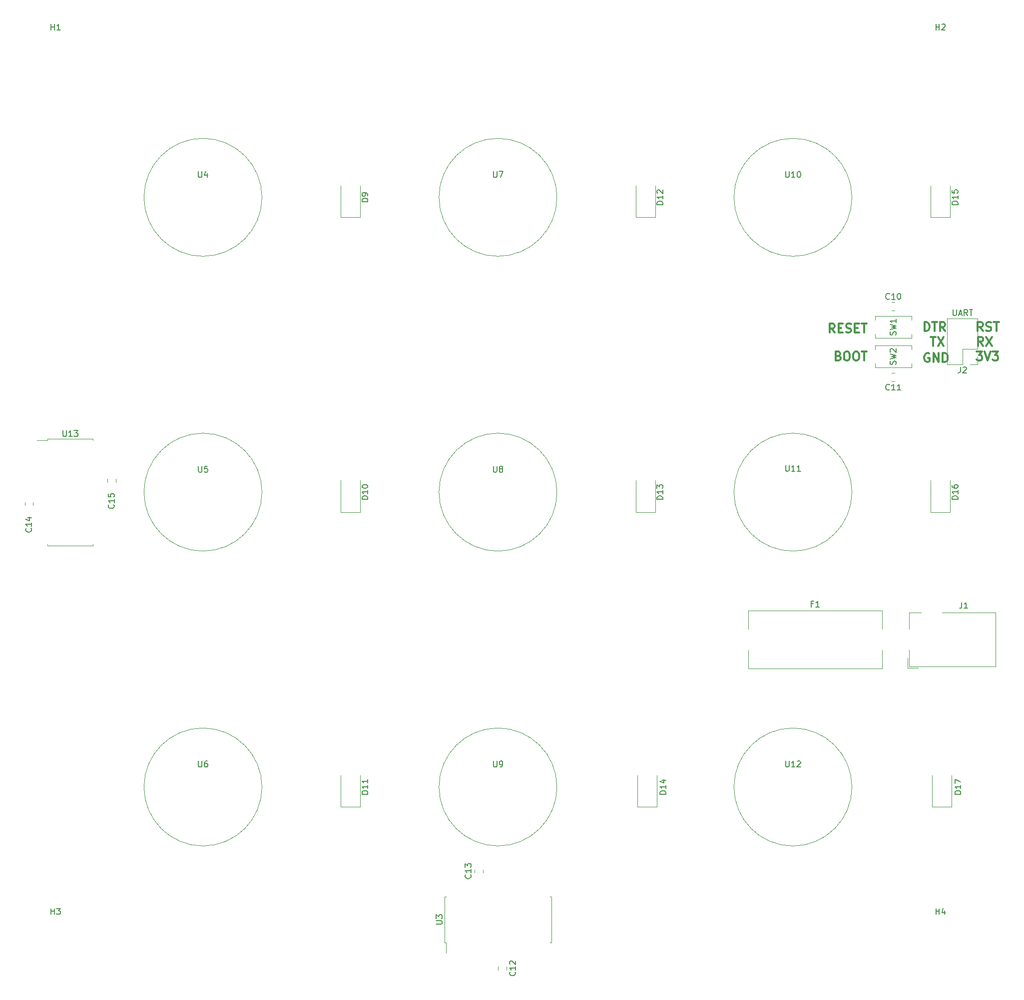
<source format=gbr>
G04 #@! TF.GenerationSoftware,KiCad,Pcbnew,5.1.5*
G04 #@! TF.CreationDate,2020-03-06T12:13:38+01:00*
G04 #@! TF.ProjectId,e-chessboard,652d6368-6573-4736-926f-6172642e6b69,0.1*
G04 #@! TF.SameCoordinates,Original*
G04 #@! TF.FileFunction,Legend,Top*
G04 #@! TF.FilePolarity,Positive*
%FSLAX46Y46*%
G04 Gerber Fmt 4.6, Leading zero omitted, Abs format (unit mm)*
G04 Created by KiCad (PCBNEW 5.1.5) date 2020-03-06 12:13:38*
%MOMM*%
%LPD*%
G04 APERTURE LIST*
%ADD10C,0.300000*%
%ADD11C,0.120000*%
%ADD12C,0.150000*%
G04 APERTURE END LIST*
D10*
X192714285Y-111892857D02*
X192928571Y-111964285D01*
X193000000Y-112035714D01*
X193071428Y-112178571D01*
X193071428Y-112392857D01*
X193000000Y-112535714D01*
X192928571Y-112607142D01*
X192785714Y-112678571D01*
X192214285Y-112678571D01*
X192214285Y-111178571D01*
X192714285Y-111178571D01*
X192857142Y-111250000D01*
X192928571Y-111321428D01*
X193000000Y-111464285D01*
X193000000Y-111607142D01*
X192928571Y-111750000D01*
X192857142Y-111821428D01*
X192714285Y-111892857D01*
X192214285Y-111892857D01*
X194000000Y-111178571D02*
X194285714Y-111178571D01*
X194428571Y-111250000D01*
X194571428Y-111392857D01*
X194642857Y-111678571D01*
X194642857Y-112178571D01*
X194571428Y-112464285D01*
X194428571Y-112607142D01*
X194285714Y-112678571D01*
X194000000Y-112678571D01*
X193857142Y-112607142D01*
X193714285Y-112464285D01*
X193642857Y-112178571D01*
X193642857Y-111678571D01*
X193714285Y-111392857D01*
X193857142Y-111250000D01*
X194000000Y-111178571D01*
X195571428Y-111178571D02*
X195857142Y-111178571D01*
X196000000Y-111250000D01*
X196142857Y-111392857D01*
X196214285Y-111678571D01*
X196214285Y-112178571D01*
X196142857Y-112464285D01*
X196000000Y-112607142D01*
X195857142Y-112678571D01*
X195571428Y-112678571D01*
X195428571Y-112607142D01*
X195285714Y-112464285D01*
X195214285Y-112178571D01*
X195214285Y-111678571D01*
X195285714Y-111392857D01*
X195428571Y-111250000D01*
X195571428Y-111178571D01*
X196642857Y-111178571D02*
X197500000Y-111178571D01*
X197071428Y-112678571D02*
X197071428Y-111178571D01*
X192071428Y-107928571D02*
X191571428Y-107214285D01*
X191214285Y-107928571D02*
X191214285Y-106428571D01*
X191785714Y-106428571D01*
X191928571Y-106500000D01*
X192000000Y-106571428D01*
X192071428Y-106714285D01*
X192071428Y-106928571D01*
X192000000Y-107071428D01*
X191928571Y-107142857D01*
X191785714Y-107214285D01*
X191214285Y-107214285D01*
X192714285Y-107142857D02*
X193214285Y-107142857D01*
X193428571Y-107928571D02*
X192714285Y-107928571D01*
X192714285Y-106428571D01*
X193428571Y-106428571D01*
X194000000Y-107857142D02*
X194214285Y-107928571D01*
X194571428Y-107928571D01*
X194714285Y-107857142D01*
X194785714Y-107785714D01*
X194857142Y-107642857D01*
X194857142Y-107500000D01*
X194785714Y-107357142D01*
X194714285Y-107285714D01*
X194571428Y-107214285D01*
X194285714Y-107142857D01*
X194142857Y-107071428D01*
X194071428Y-107000000D01*
X194000000Y-106857142D01*
X194000000Y-106714285D01*
X194071428Y-106571428D01*
X194142857Y-106500000D01*
X194285714Y-106428571D01*
X194642857Y-106428571D01*
X194857142Y-106500000D01*
X195500000Y-107142857D02*
X196000000Y-107142857D01*
X196214285Y-107928571D02*
X195500000Y-107928571D01*
X195500000Y-106428571D01*
X196214285Y-106428571D01*
X196642857Y-106428571D02*
X197500000Y-106428571D01*
X197071428Y-107928571D02*
X197071428Y-106428571D01*
X207285714Y-107678571D02*
X207285714Y-106178571D01*
X207642857Y-106178571D01*
X207857142Y-106250000D01*
X208000000Y-106392857D01*
X208071428Y-106535714D01*
X208142857Y-106821428D01*
X208142857Y-107035714D01*
X208071428Y-107321428D01*
X208000000Y-107464285D01*
X207857142Y-107607142D01*
X207642857Y-107678571D01*
X207285714Y-107678571D01*
X208571428Y-106178571D02*
X209428571Y-106178571D01*
X209000000Y-107678571D02*
X209000000Y-106178571D01*
X210785714Y-107678571D02*
X210285714Y-106964285D01*
X209928571Y-107678571D02*
X209928571Y-106178571D01*
X210500000Y-106178571D01*
X210642857Y-106250000D01*
X210714285Y-106321428D01*
X210785714Y-106464285D01*
X210785714Y-106678571D01*
X210714285Y-106821428D01*
X210642857Y-106892857D01*
X210500000Y-106964285D01*
X209928571Y-106964285D01*
X208357142Y-108678571D02*
X209214285Y-108678571D01*
X208785714Y-110178571D02*
X208785714Y-108678571D01*
X209571428Y-108678571D02*
X210571428Y-110178571D01*
X210571428Y-108678571D02*
X209571428Y-110178571D01*
X208107142Y-111500000D02*
X207964285Y-111428571D01*
X207750000Y-111428571D01*
X207535714Y-111500000D01*
X207392857Y-111642857D01*
X207321428Y-111785714D01*
X207250000Y-112071428D01*
X207250000Y-112285714D01*
X207321428Y-112571428D01*
X207392857Y-112714285D01*
X207535714Y-112857142D01*
X207750000Y-112928571D01*
X207892857Y-112928571D01*
X208107142Y-112857142D01*
X208178571Y-112785714D01*
X208178571Y-112285714D01*
X207892857Y-112285714D01*
X208821428Y-112928571D02*
X208821428Y-111428571D01*
X209678571Y-112928571D01*
X209678571Y-111428571D01*
X210392857Y-112928571D02*
X210392857Y-111428571D01*
X210750000Y-111428571D01*
X210964285Y-111500000D01*
X211107142Y-111642857D01*
X211178571Y-111785714D01*
X211250000Y-112071428D01*
X211250000Y-112285714D01*
X211178571Y-112571428D01*
X211107142Y-112714285D01*
X210964285Y-112857142D01*
X210750000Y-112928571D01*
X210392857Y-112928571D01*
X216142857Y-111178571D02*
X217071428Y-111178571D01*
X216571428Y-111750000D01*
X216785714Y-111750000D01*
X216928571Y-111821428D01*
X217000000Y-111892857D01*
X217071428Y-112035714D01*
X217071428Y-112392857D01*
X217000000Y-112535714D01*
X216928571Y-112607142D01*
X216785714Y-112678571D01*
X216357142Y-112678571D01*
X216214285Y-112607142D01*
X216142857Y-112535714D01*
X217500000Y-111178571D02*
X218000000Y-112678571D01*
X218500000Y-111178571D01*
X218857142Y-111178571D02*
X219785714Y-111178571D01*
X219285714Y-111750000D01*
X219500000Y-111750000D01*
X219642857Y-111821428D01*
X219714285Y-111892857D01*
X219785714Y-112035714D01*
X219785714Y-112392857D01*
X219714285Y-112535714D01*
X219642857Y-112607142D01*
X219500000Y-112678571D01*
X219071428Y-112678571D01*
X218928571Y-112607142D01*
X218857142Y-112535714D01*
X217250000Y-110178571D02*
X216750000Y-109464285D01*
X216392857Y-110178571D02*
X216392857Y-108678571D01*
X216964285Y-108678571D01*
X217107142Y-108750000D01*
X217178571Y-108821428D01*
X217250000Y-108964285D01*
X217250000Y-109178571D01*
X217178571Y-109321428D01*
X217107142Y-109392857D01*
X216964285Y-109464285D01*
X216392857Y-109464285D01*
X217750000Y-108678571D02*
X218750000Y-110178571D01*
X218750000Y-108678571D02*
X217750000Y-110178571D01*
X217178571Y-107678571D02*
X216678571Y-106964285D01*
X216321428Y-107678571D02*
X216321428Y-106178571D01*
X216892857Y-106178571D01*
X217035714Y-106250000D01*
X217107142Y-106321428D01*
X217178571Y-106464285D01*
X217178571Y-106678571D01*
X217107142Y-106821428D01*
X217035714Y-106892857D01*
X216892857Y-106964285D01*
X216321428Y-106964285D01*
X217750000Y-107607142D02*
X217964285Y-107678571D01*
X218321428Y-107678571D01*
X218464285Y-107607142D01*
X218535714Y-107535714D01*
X218607142Y-107392857D01*
X218607142Y-107250000D01*
X218535714Y-107107142D01*
X218464285Y-107035714D01*
X218321428Y-106964285D01*
X218035714Y-106892857D01*
X217892857Y-106821428D01*
X217821428Y-106750000D01*
X217750000Y-106607142D01*
X217750000Y-106464285D01*
X217821428Y-106321428D01*
X217892857Y-106250000D01*
X218035714Y-106178571D01*
X218392857Y-106178571D01*
X218607142Y-106250000D01*
X219035714Y-106178571D02*
X219892857Y-106178571D01*
X219464285Y-107678571D02*
X219464285Y-106178571D01*
D11*
X201738748Y-104210000D02*
X202261252Y-104210000D01*
X201738748Y-102790000D02*
X202261252Y-102790000D01*
X201738748Y-114790000D02*
X202261252Y-114790000D01*
X201738748Y-116210000D02*
X202261252Y-116210000D01*
X135040000Y-216011252D02*
X135040000Y-215488748D01*
X136460000Y-216011252D02*
X136460000Y-215488748D01*
X131040000Y-198988748D02*
X131040000Y-199511252D01*
X132460000Y-198988748D02*
X132460000Y-199511252D01*
X54790000Y-137236252D02*
X54790000Y-136713748D01*
X56210000Y-137236252D02*
X56210000Y-136713748D01*
X70210000Y-133286252D02*
X70210000Y-132763748D01*
X68790000Y-133286252D02*
X68790000Y-132763748D01*
X108350000Y-88400000D02*
X108350000Y-83000000D01*
X111650000Y-88400000D02*
X111650000Y-83000000D01*
X108350000Y-88400000D02*
X111650000Y-88400000D01*
X108350000Y-138400000D02*
X111650000Y-138400000D01*
X111650000Y-138400000D02*
X111650000Y-133000000D01*
X108350000Y-138400000D02*
X108350000Y-133000000D01*
X108350000Y-188400000D02*
X111650000Y-188400000D01*
X111650000Y-188400000D02*
X111650000Y-183000000D01*
X108350000Y-188400000D02*
X108350000Y-183000000D01*
X158350000Y-88400000D02*
X161650000Y-88400000D01*
X161650000Y-88400000D02*
X161650000Y-83000000D01*
X158350000Y-88400000D02*
X158350000Y-83000000D01*
X158350000Y-138400000D02*
X158350000Y-133000000D01*
X161650000Y-138400000D02*
X161650000Y-133000000D01*
X158350000Y-138400000D02*
X161650000Y-138400000D01*
X158600000Y-188400000D02*
X158600000Y-183000000D01*
X161900000Y-188400000D02*
X161900000Y-183000000D01*
X158600000Y-188400000D02*
X161900000Y-188400000D01*
X208350000Y-88400000D02*
X208350000Y-83000000D01*
X211650000Y-88400000D02*
X211650000Y-83000000D01*
X208350000Y-88400000D02*
X211650000Y-88400000D01*
X208350000Y-138400000D02*
X211650000Y-138400000D01*
X211650000Y-138400000D02*
X211650000Y-133000000D01*
X208350000Y-138400000D02*
X208350000Y-133000000D01*
X208600000Y-188400000D02*
X211900000Y-188400000D01*
X211900000Y-188400000D02*
X211900000Y-183000000D01*
X208600000Y-188400000D02*
X208600000Y-183000000D01*
X200110000Y-164910000D02*
X200110000Y-161750000D01*
X200110000Y-158250000D02*
X200110000Y-155090000D01*
X177390000Y-158250000D02*
X177390000Y-155090000D01*
X177390000Y-155090000D02*
X200110000Y-155090000D01*
X177390000Y-164910000D02*
X200110000Y-164910000D01*
X177390000Y-164910000D02*
X177390000Y-161750000D01*
X210300000Y-155400000D02*
X219300000Y-155400000D01*
X219300000Y-155400000D02*
X219300000Y-164600000D01*
X219300000Y-164600000D02*
X204700000Y-164600000D01*
X204700000Y-164600000D02*
X204700000Y-161800000D01*
X204700000Y-158200000D02*
X204700000Y-155400000D01*
X204700000Y-155400000D02*
X206700000Y-155400000D01*
X206200000Y-164840000D02*
X204460000Y-164840000D01*
X204460000Y-164840000D02*
X204460000Y-163100000D01*
X216330000Y-105590000D02*
X211130000Y-105590000D01*
X216330000Y-110730000D02*
X216330000Y-105590000D01*
X211130000Y-113330000D02*
X211130000Y-105590000D01*
X216330000Y-110730000D02*
X213730000Y-110730000D01*
X213730000Y-110730000D02*
X213730000Y-113330000D01*
X213730000Y-113330000D02*
X211130000Y-113330000D01*
X216330000Y-112000000D02*
X216330000Y-113330000D01*
X216330000Y-113330000D02*
X215000000Y-113330000D01*
X205100000Y-105150000D02*
X198900000Y-105150000D01*
X198900000Y-108850000D02*
X205100000Y-108850000D01*
X205100000Y-108850000D02*
X205100000Y-108200000D01*
X205100000Y-105800000D02*
X205100000Y-105150000D01*
X198900000Y-105150000D02*
X198900000Y-105800000D01*
X198900000Y-108850000D02*
X198900000Y-108200000D01*
X198900000Y-113850000D02*
X198900000Y-113200000D01*
X198900000Y-110150000D02*
X198900000Y-110800000D01*
X205100000Y-110800000D02*
X205100000Y-110150000D01*
X205100000Y-113850000D02*
X205100000Y-113200000D01*
X198900000Y-113850000D02*
X205100000Y-113850000D01*
X205100000Y-110150000D02*
X198900000Y-110150000D01*
X144060000Y-207500000D02*
X144060000Y-203640000D01*
X144060000Y-203640000D02*
X143815000Y-203640000D01*
X144060000Y-207500000D02*
X144060000Y-211360000D01*
X144060000Y-211360000D02*
X143815000Y-211360000D01*
X125940000Y-207500000D02*
X125940000Y-203640000D01*
X125940000Y-203640000D02*
X126185000Y-203640000D01*
X125940000Y-207500000D02*
X125940000Y-211360000D01*
X125940000Y-211360000D02*
X126185000Y-211360000D01*
X126185000Y-211360000D02*
X126185000Y-213175000D01*
X95000000Y-85000000D02*
G75*
G03X95000000Y-85000000I-10000000J0D01*
G01*
X95000000Y-135000000D02*
G75*
G03X95000000Y-135000000I-10000000J0D01*
G01*
X95000000Y-185000000D02*
G75*
G03X95000000Y-185000000I-10000000J0D01*
G01*
X145000000Y-85000000D02*
G75*
G03X145000000Y-85000000I-10000000J0D01*
G01*
X145000000Y-135000000D02*
G75*
G03X145000000Y-135000000I-10000000J0D01*
G01*
X145000000Y-185000000D02*
G75*
G03X145000000Y-185000000I-10000000J0D01*
G01*
X195000000Y-85000000D02*
G75*
G03X195000000Y-85000000I-10000000J0D01*
G01*
X195000000Y-135000000D02*
G75*
G03X195000000Y-135000000I-10000000J0D01*
G01*
X195000000Y-185000000D02*
G75*
G03X195000000Y-185000000I-10000000J0D01*
G01*
X58640000Y-126185000D02*
X56825000Y-126185000D01*
X58640000Y-125940000D02*
X58640000Y-126185000D01*
X62500000Y-125940000D02*
X58640000Y-125940000D01*
X66360000Y-125940000D02*
X66360000Y-126185000D01*
X62500000Y-125940000D02*
X66360000Y-125940000D01*
X58640000Y-144060000D02*
X58640000Y-143815000D01*
X62500000Y-144060000D02*
X58640000Y-144060000D01*
X66360000Y-144060000D02*
X66360000Y-143815000D01*
X62500000Y-144060000D02*
X66360000Y-144060000D01*
D12*
X201357142Y-102207142D02*
X201309523Y-102254761D01*
X201166666Y-102302380D01*
X201071428Y-102302380D01*
X200928571Y-102254761D01*
X200833333Y-102159523D01*
X200785714Y-102064285D01*
X200738095Y-101873809D01*
X200738095Y-101730952D01*
X200785714Y-101540476D01*
X200833333Y-101445238D01*
X200928571Y-101350000D01*
X201071428Y-101302380D01*
X201166666Y-101302380D01*
X201309523Y-101350000D01*
X201357142Y-101397619D01*
X202309523Y-102302380D02*
X201738095Y-102302380D01*
X202023809Y-102302380D02*
X202023809Y-101302380D01*
X201928571Y-101445238D01*
X201833333Y-101540476D01*
X201738095Y-101588095D01*
X202928571Y-101302380D02*
X203023809Y-101302380D01*
X203119047Y-101350000D01*
X203166666Y-101397619D01*
X203214285Y-101492857D01*
X203261904Y-101683333D01*
X203261904Y-101921428D01*
X203214285Y-102111904D01*
X203166666Y-102207142D01*
X203119047Y-102254761D01*
X203023809Y-102302380D01*
X202928571Y-102302380D01*
X202833333Y-102254761D01*
X202785714Y-102207142D01*
X202738095Y-102111904D01*
X202690476Y-101921428D01*
X202690476Y-101683333D01*
X202738095Y-101492857D01*
X202785714Y-101397619D01*
X202833333Y-101350000D01*
X202928571Y-101302380D01*
X201357142Y-117607142D02*
X201309523Y-117654761D01*
X201166666Y-117702380D01*
X201071428Y-117702380D01*
X200928571Y-117654761D01*
X200833333Y-117559523D01*
X200785714Y-117464285D01*
X200738095Y-117273809D01*
X200738095Y-117130952D01*
X200785714Y-116940476D01*
X200833333Y-116845238D01*
X200928571Y-116750000D01*
X201071428Y-116702380D01*
X201166666Y-116702380D01*
X201309523Y-116750000D01*
X201357142Y-116797619D01*
X202309523Y-117702380D02*
X201738095Y-117702380D01*
X202023809Y-117702380D02*
X202023809Y-116702380D01*
X201928571Y-116845238D01*
X201833333Y-116940476D01*
X201738095Y-116988095D01*
X203261904Y-117702380D02*
X202690476Y-117702380D01*
X202976190Y-117702380D02*
X202976190Y-116702380D01*
X202880952Y-116845238D01*
X202785714Y-116940476D01*
X202690476Y-116988095D01*
X137857142Y-216392857D02*
X137904761Y-216440476D01*
X137952380Y-216583333D01*
X137952380Y-216678571D01*
X137904761Y-216821428D01*
X137809523Y-216916666D01*
X137714285Y-216964285D01*
X137523809Y-217011904D01*
X137380952Y-217011904D01*
X137190476Y-216964285D01*
X137095238Y-216916666D01*
X137000000Y-216821428D01*
X136952380Y-216678571D01*
X136952380Y-216583333D01*
X137000000Y-216440476D01*
X137047619Y-216392857D01*
X137952380Y-215440476D02*
X137952380Y-216011904D01*
X137952380Y-215726190D02*
X136952380Y-215726190D01*
X137095238Y-215821428D01*
X137190476Y-215916666D01*
X137238095Y-216011904D01*
X137047619Y-215059523D02*
X137000000Y-215011904D01*
X136952380Y-214916666D01*
X136952380Y-214678571D01*
X137000000Y-214583333D01*
X137047619Y-214535714D01*
X137142857Y-214488095D01*
X137238095Y-214488095D01*
X137380952Y-214535714D01*
X137952380Y-215107142D01*
X137952380Y-214488095D01*
X130357142Y-199892857D02*
X130404761Y-199940476D01*
X130452380Y-200083333D01*
X130452380Y-200178571D01*
X130404761Y-200321428D01*
X130309523Y-200416666D01*
X130214285Y-200464285D01*
X130023809Y-200511904D01*
X129880952Y-200511904D01*
X129690476Y-200464285D01*
X129595238Y-200416666D01*
X129500000Y-200321428D01*
X129452380Y-200178571D01*
X129452380Y-200083333D01*
X129500000Y-199940476D01*
X129547619Y-199892857D01*
X130452380Y-198940476D02*
X130452380Y-199511904D01*
X130452380Y-199226190D02*
X129452380Y-199226190D01*
X129595238Y-199321428D01*
X129690476Y-199416666D01*
X129738095Y-199511904D01*
X129452380Y-198607142D02*
X129452380Y-197988095D01*
X129833333Y-198321428D01*
X129833333Y-198178571D01*
X129880952Y-198083333D01*
X129928571Y-198035714D01*
X130023809Y-197988095D01*
X130261904Y-197988095D01*
X130357142Y-198035714D01*
X130404761Y-198083333D01*
X130452380Y-198178571D01*
X130452380Y-198464285D01*
X130404761Y-198559523D01*
X130357142Y-198607142D01*
X55857142Y-141142857D02*
X55904761Y-141190476D01*
X55952380Y-141333333D01*
X55952380Y-141428571D01*
X55904761Y-141571428D01*
X55809523Y-141666666D01*
X55714285Y-141714285D01*
X55523809Y-141761904D01*
X55380952Y-141761904D01*
X55190476Y-141714285D01*
X55095238Y-141666666D01*
X55000000Y-141571428D01*
X54952380Y-141428571D01*
X54952380Y-141333333D01*
X55000000Y-141190476D01*
X55047619Y-141142857D01*
X55952380Y-140190476D02*
X55952380Y-140761904D01*
X55952380Y-140476190D02*
X54952380Y-140476190D01*
X55095238Y-140571428D01*
X55190476Y-140666666D01*
X55238095Y-140761904D01*
X55285714Y-139333333D02*
X55952380Y-139333333D01*
X54904761Y-139571428D02*
X55619047Y-139809523D01*
X55619047Y-139190476D01*
X69857142Y-137142857D02*
X69904761Y-137190476D01*
X69952380Y-137333333D01*
X69952380Y-137428571D01*
X69904761Y-137571428D01*
X69809523Y-137666666D01*
X69714285Y-137714285D01*
X69523809Y-137761904D01*
X69380952Y-137761904D01*
X69190476Y-137714285D01*
X69095238Y-137666666D01*
X69000000Y-137571428D01*
X68952380Y-137428571D01*
X68952380Y-137333333D01*
X69000000Y-137190476D01*
X69047619Y-137142857D01*
X69952380Y-136190476D02*
X69952380Y-136761904D01*
X69952380Y-136476190D02*
X68952380Y-136476190D01*
X69095238Y-136571428D01*
X69190476Y-136666666D01*
X69238095Y-136761904D01*
X68952380Y-135285714D02*
X68952380Y-135761904D01*
X69428571Y-135809523D01*
X69380952Y-135761904D01*
X69333333Y-135666666D01*
X69333333Y-135428571D01*
X69380952Y-135333333D01*
X69428571Y-135285714D01*
X69523809Y-135238095D01*
X69761904Y-135238095D01*
X69857142Y-135285714D01*
X69904761Y-135333333D01*
X69952380Y-135428571D01*
X69952380Y-135666666D01*
X69904761Y-135761904D01*
X69857142Y-135809523D01*
X112952380Y-85738095D02*
X111952380Y-85738095D01*
X111952380Y-85500000D01*
X112000000Y-85357142D01*
X112095238Y-85261904D01*
X112190476Y-85214285D01*
X112380952Y-85166666D01*
X112523809Y-85166666D01*
X112714285Y-85214285D01*
X112809523Y-85261904D01*
X112904761Y-85357142D01*
X112952380Y-85500000D01*
X112952380Y-85738095D01*
X112952380Y-84690476D02*
X112952380Y-84500000D01*
X112904761Y-84404761D01*
X112857142Y-84357142D01*
X112714285Y-84261904D01*
X112523809Y-84214285D01*
X112142857Y-84214285D01*
X112047619Y-84261904D01*
X112000000Y-84309523D01*
X111952380Y-84404761D01*
X111952380Y-84595238D01*
X112000000Y-84690476D01*
X112047619Y-84738095D01*
X112142857Y-84785714D01*
X112380952Y-84785714D01*
X112476190Y-84738095D01*
X112523809Y-84690476D01*
X112571428Y-84595238D01*
X112571428Y-84404761D01*
X112523809Y-84309523D01*
X112476190Y-84261904D01*
X112380952Y-84214285D01*
X112952380Y-136214285D02*
X111952380Y-136214285D01*
X111952380Y-135976190D01*
X112000000Y-135833333D01*
X112095238Y-135738095D01*
X112190476Y-135690476D01*
X112380952Y-135642857D01*
X112523809Y-135642857D01*
X112714285Y-135690476D01*
X112809523Y-135738095D01*
X112904761Y-135833333D01*
X112952380Y-135976190D01*
X112952380Y-136214285D01*
X112952380Y-134690476D02*
X112952380Y-135261904D01*
X112952380Y-134976190D02*
X111952380Y-134976190D01*
X112095238Y-135071428D01*
X112190476Y-135166666D01*
X112238095Y-135261904D01*
X111952380Y-134071428D02*
X111952380Y-133976190D01*
X112000000Y-133880952D01*
X112047619Y-133833333D01*
X112142857Y-133785714D01*
X112333333Y-133738095D01*
X112571428Y-133738095D01*
X112761904Y-133785714D01*
X112857142Y-133833333D01*
X112904761Y-133880952D01*
X112952380Y-133976190D01*
X112952380Y-134071428D01*
X112904761Y-134166666D01*
X112857142Y-134214285D01*
X112761904Y-134261904D01*
X112571428Y-134309523D01*
X112333333Y-134309523D01*
X112142857Y-134261904D01*
X112047619Y-134214285D01*
X112000000Y-134166666D01*
X111952380Y-134071428D01*
X112952380Y-186214285D02*
X111952380Y-186214285D01*
X111952380Y-185976190D01*
X112000000Y-185833333D01*
X112095238Y-185738095D01*
X112190476Y-185690476D01*
X112380952Y-185642857D01*
X112523809Y-185642857D01*
X112714285Y-185690476D01*
X112809523Y-185738095D01*
X112904761Y-185833333D01*
X112952380Y-185976190D01*
X112952380Y-186214285D01*
X112952380Y-184690476D02*
X112952380Y-185261904D01*
X112952380Y-184976190D02*
X111952380Y-184976190D01*
X112095238Y-185071428D01*
X112190476Y-185166666D01*
X112238095Y-185261904D01*
X112952380Y-183738095D02*
X112952380Y-184309523D01*
X112952380Y-184023809D02*
X111952380Y-184023809D01*
X112095238Y-184119047D01*
X112190476Y-184214285D01*
X112238095Y-184309523D01*
X162952380Y-86214285D02*
X161952380Y-86214285D01*
X161952380Y-85976190D01*
X162000000Y-85833333D01*
X162095238Y-85738095D01*
X162190476Y-85690476D01*
X162380952Y-85642857D01*
X162523809Y-85642857D01*
X162714285Y-85690476D01*
X162809523Y-85738095D01*
X162904761Y-85833333D01*
X162952380Y-85976190D01*
X162952380Y-86214285D01*
X162952380Y-84690476D02*
X162952380Y-85261904D01*
X162952380Y-84976190D02*
X161952380Y-84976190D01*
X162095238Y-85071428D01*
X162190476Y-85166666D01*
X162238095Y-85261904D01*
X162047619Y-84309523D02*
X162000000Y-84261904D01*
X161952380Y-84166666D01*
X161952380Y-83928571D01*
X162000000Y-83833333D01*
X162047619Y-83785714D01*
X162142857Y-83738095D01*
X162238095Y-83738095D01*
X162380952Y-83785714D01*
X162952380Y-84357142D01*
X162952380Y-83738095D01*
X162952380Y-136214285D02*
X161952380Y-136214285D01*
X161952380Y-135976190D01*
X162000000Y-135833333D01*
X162095238Y-135738095D01*
X162190476Y-135690476D01*
X162380952Y-135642857D01*
X162523809Y-135642857D01*
X162714285Y-135690476D01*
X162809523Y-135738095D01*
X162904761Y-135833333D01*
X162952380Y-135976190D01*
X162952380Y-136214285D01*
X162952380Y-134690476D02*
X162952380Y-135261904D01*
X162952380Y-134976190D02*
X161952380Y-134976190D01*
X162095238Y-135071428D01*
X162190476Y-135166666D01*
X162238095Y-135261904D01*
X161952380Y-134357142D02*
X161952380Y-133738095D01*
X162333333Y-134071428D01*
X162333333Y-133928571D01*
X162380952Y-133833333D01*
X162428571Y-133785714D01*
X162523809Y-133738095D01*
X162761904Y-133738095D01*
X162857142Y-133785714D01*
X162904761Y-133833333D01*
X162952380Y-133928571D01*
X162952380Y-134214285D01*
X162904761Y-134309523D01*
X162857142Y-134357142D01*
X163452380Y-186214285D02*
X162452380Y-186214285D01*
X162452380Y-185976190D01*
X162500000Y-185833333D01*
X162595238Y-185738095D01*
X162690476Y-185690476D01*
X162880952Y-185642857D01*
X163023809Y-185642857D01*
X163214285Y-185690476D01*
X163309523Y-185738095D01*
X163404761Y-185833333D01*
X163452380Y-185976190D01*
X163452380Y-186214285D01*
X163452380Y-184690476D02*
X163452380Y-185261904D01*
X163452380Y-184976190D02*
X162452380Y-184976190D01*
X162595238Y-185071428D01*
X162690476Y-185166666D01*
X162738095Y-185261904D01*
X162785714Y-183833333D02*
X163452380Y-183833333D01*
X162404761Y-184071428D02*
X163119047Y-184309523D01*
X163119047Y-183690476D01*
X212952380Y-86214285D02*
X211952380Y-86214285D01*
X211952380Y-85976190D01*
X212000000Y-85833333D01*
X212095238Y-85738095D01*
X212190476Y-85690476D01*
X212380952Y-85642857D01*
X212523809Y-85642857D01*
X212714285Y-85690476D01*
X212809523Y-85738095D01*
X212904761Y-85833333D01*
X212952380Y-85976190D01*
X212952380Y-86214285D01*
X212952380Y-84690476D02*
X212952380Y-85261904D01*
X212952380Y-84976190D02*
X211952380Y-84976190D01*
X212095238Y-85071428D01*
X212190476Y-85166666D01*
X212238095Y-85261904D01*
X211952380Y-83785714D02*
X211952380Y-84261904D01*
X212428571Y-84309523D01*
X212380952Y-84261904D01*
X212333333Y-84166666D01*
X212333333Y-83928571D01*
X212380952Y-83833333D01*
X212428571Y-83785714D01*
X212523809Y-83738095D01*
X212761904Y-83738095D01*
X212857142Y-83785714D01*
X212904761Y-83833333D01*
X212952380Y-83928571D01*
X212952380Y-84166666D01*
X212904761Y-84261904D01*
X212857142Y-84309523D01*
X212952380Y-136214285D02*
X211952380Y-136214285D01*
X211952380Y-135976190D01*
X212000000Y-135833333D01*
X212095238Y-135738095D01*
X212190476Y-135690476D01*
X212380952Y-135642857D01*
X212523809Y-135642857D01*
X212714285Y-135690476D01*
X212809523Y-135738095D01*
X212904761Y-135833333D01*
X212952380Y-135976190D01*
X212952380Y-136214285D01*
X212952380Y-134690476D02*
X212952380Y-135261904D01*
X212952380Y-134976190D02*
X211952380Y-134976190D01*
X212095238Y-135071428D01*
X212190476Y-135166666D01*
X212238095Y-135261904D01*
X211952380Y-133833333D02*
X211952380Y-134023809D01*
X212000000Y-134119047D01*
X212047619Y-134166666D01*
X212190476Y-134261904D01*
X212380952Y-134309523D01*
X212761904Y-134309523D01*
X212857142Y-134261904D01*
X212904761Y-134214285D01*
X212952380Y-134119047D01*
X212952380Y-133928571D01*
X212904761Y-133833333D01*
X212857142Y-133785714D01*
X212761904Y-133738095D01*
X212523809Y-133738095D01*
X212428571Y-133785714D01*
X212380952Y-133833333D01*
X212333333Y-133928571D01*
X212333333Y-134119047D01*
X212380952Y-134214285D01*
X212428571Y-134261904D01*
X212523809Y-134309523D01*
X213452380Y-186214285D02*
X212452380Y-186214285D01*
X212452380Y-185976190D01*
X212500000Y-185833333D01*
X212595238Y-185738095D01*
X212690476Y-185690476D01*
X212880952Y-185642857D01*
X213023809Y-185642857D01*
X213214285Y-185690476D01*
X213309523Y-185738095D01*
X213404761Y-185833333D01*
X213452380Y-185976190D01*
X213452380Y-186214285D01*
X213452380Y-184690476D02*
X213452380Y-185261904D01*
X213452380Y-184976190D02*
X212452380Y-184976190D01*
X212595238Y-185071428D01*
X212690476Y-185166666D01*
X212738095Y-185261904D01*
X212452380Y-184357142D02*
X212452380Y-183690476D01*
X213452380Y-184119047D01*
X188416666Y-153928571D02*
X188083333Y-153928571D01*
X188083333Y-154452380D02*
X188083333Y-153452380D01*
X188559523Y-153452380D01*
X189464285Y-154452380D02*
X188892857Y-154452380D01*
X189178571Y-154452380D02*
X189178571Y-153452380D01*
X189083333Y-153595238D01*
X188988095Y-153690476D01*
X188892857Y-153738095D01*
X59238095Y-56602380D02*
X59238095Y-55602380D01*
X59238095Y-56078571D02*
X59809523Y-56078571D01*
X59809523Y-56602380D02*
X59809523Y-55602380D01*
X60809523Y-56602380D02*
X60238095Y-56602380D01*
X60523809Y-56602380D02*
X60523809Y-55602380D01*
X60428571Y-55745238D01*
X60333333Y-55840476D01*
X60238095Y-55888095D01*
X209238095Y-56602380D02*
X209238095Y-55602380D01*
X209238095Y-56078571D02*
X209809523Y-56078571D01*
X209809523Y-56602380D02*
X209809523Y-55602380D01*
X210238095Y-55697619D02*
X210285714Y-55650000D01*
X210380952Y-55602380D01*
X210619047Y-55602380D01*
X210714285Y-55650000D01*
X210761904Y-55697619D01*
X210809523Y-55792857D01*
X210809523Y-55888095D01*
X210761904Y-56030952D01*
X210190476Y-56602380D01*
X210809523Y-56602380D01*
X59238095Y-206602380D02*
X59238095Y-205602380D01*
X59238095Y-206078571D02*
X59809523Y-206078571D01*
X59809523Y-206602380D02*
X59809523Y-205602380D01*
X60190476Y-205602380D02*
X60809523Y-205602380D01*
X60476190Y-205983333D01*
X60619047Y-205983333D01*
X60714285Y-206030952D01*
X60761904Y-206078571D01*
X60809523Y-206173809D01*
X60809523Y-206411904D01*
X60761904Y-206507142D01*
X60714285Y-206554761D01*
X60619047Y-206602380D01*
X60333333Y-206602380D01*
X60238095Y-206554761D01*
X60190476Y-206507142D01*
X209238095Y-206602380D02*
X209238095Y-205602380D01*
X209238095Y-206078571D02*
X209809523Y-206078571D01*
X209809523Y-206602380D02*
X209809523Y-205602380D01*
X210714285Y-205935714D02*
X210714285Y-206602380D01*
X210476190Y-205554761D02*
X210238095Y-206269047D01*
X210857142Y-206269047D01*
X213616666Y-153702380D02*
X213616666Y-154416666D01*
X213569047Y-154559523D01*
X213473809Y-154654761D01*
X213330952Y-154702380D01*
X213235714Y-154702380D01*
X214616666Y-154702380D02*
X214045238Y-154702380D01*
X214330952Y-154702380D02*
X214330952Y-153702380D01*
X214235714Y-153845238D01*
X214140476Y-153940476D01*
X214045238Y-153988095D01*
X213396666Y-113782380D02*
X213396666Y-114496666D01*
X213349047Y-114639523D01*
X213253809Y-114734761D01*
X213110952Y-114782380D01*
X213015714Y-114782380D01*
X213825238Y-113877619D02*
X213872857Y-113830000D01*
X213968095Y-113782380D01*
X214206190Y-113782380D01*
X214301428Y-113830000D01*
X214349047Y-113877619D01*
X214396666Y-113972857D01*
X214396666Y-114068095D01*
X214349047Y-114210952D01*
X213777619Y-114782380D01*
X214396666Y-114782380D01*
X212134761Y-104042380D02*
X212134761Y-104851904D01*
X212182380Y-104947142D01*
X212230000Y-104994761D01*
X212325238Y-105042380D01*
X212515714Y-105042380D01*
X212610952Y-104994761D01*
X212658571Y-104947142D01*
X212706190Y-104851904D01*
X212706190Y-104042380D01*
X213134761Y-104756666D02*
X213610952Y-104756666D01*
X213039523Y-105042380D02*
X213372857Y-104042380D01*
X213706190Y-105042380D01*
X214610952Y-105042380D02*
X214277619Y-104566190D01*
X214039523Y-105042380D02*
X214039523Y-104042380D01*
X214420476Y-104042380D01*
X214515714Y-104090000D01*
X214563333Y-104137619D01*
X214610952Y-104232857D01*
X214610952Y-104375714D01*
X214563333Y-104470952D01*
X214515714Y-104518571D01*
X214420476Y-104566190D01*
X214039523Y-104566190D01*
X214896666Y-104042380D02*
X215468095Y-104042380D01*
X215182380Y-105042380D02*
X215182380Y-104042380D01*
X202404761Y-108333333D02*
X202452380Y-108190476D01*
X202452380Y-107952380D01*
X202404761Y-107857142D01*
X202357142Y-107809523D01*
X202261904Y-107761904D01*
X202166666Y-107761904D01*
X202071428Y-107809523D01*
X202023809Y-107857142D01*
X201976190Y-107952380D01*
X201928571Y-108142857D01*
X201880952Y-108238095D01*
X201833333Y-108285714D01*
X201738095Y-108333333D01*
X201642857Y-108333333D01*
X201547619Y-108285714D01*
X201500000Y-108238095D01*
X201452380Y-108142857D01*
X201452380Y-107904761D01*
X201500000Y-107761904D01*
X201452380Y-107428571D02*
X202452380Y-107190476D01*
X201738095Y-107000000D01*
X202452380Y-106809523D01*
X201452380Y-106571428D01*
X202452380Y-105666666D02*
X202452380Y-106238095D01*
X202452380Y-105952380D02*
X201452380Y-105952380D01*
X201595238Y-106047619D01*
X201690476Y-106142857D01*
X201738095Y-106238095D01*
X202404761Y-113333333D02*
X202452380Y-113190476D01*
X202452380Y-112952380D01*
X202404761Y-112857142D01*
X202357142Y-112809523D01*
X202261904Y-112761904D01*
X202166666Y-112761904D01*
X202071428Y-112809523D01*
X202023809Y-112857142D01*
X201976190Y-112952380D01*
X201928571Y-113142857D01*
X201880952Y-113238095D01*
X201833333Y-113285714D01*
X201738095Y-113333333D01*
X201642857Y-113333333D01*
X201547619Y-113285714D01*
X201500000Y-113238095D01*
X201452380Y-113142857D01*
X201452380Y-112904761D01*
X201500000Y-112761904D01*
X201452380Y-112428571D02*
X202452380Y-112190476D01*
X201738095Y-112000000D01*
X202452380Y-111809523D01*
X201452380Y-111571428D01*
X201547619Y-111238095D02*
X201500000Y-111190476D01*
X201452380Y-111095238D01*
X201452380Y-110857142D01*
X201500000Y-110761904D01*
X201547619Y-110714285D01*
X201642857Y-110666666D01*
X201738095Y-110666666D01*
X201880952Y-110714285D01*
X202452380Y-111285714D01*
X202452380Y-110666666D01*
X124552380Y-208261904D02*
X125361904Y-208261904D01*
X125457142Y-208214285D01*
X125504761Y-208166666D01*
X125552380Y-208071428D01*
X125552380Y-207880952D01*
X125504761Y-207785714D01*
X125457142Y-207738095D01*
X125361904Y-207690476D01*
X124552380Y-207690476D01*
X124552380Y-207309523D02*
X124552380Y-206690476D01*
X124933333Y-207023809D01*
X124933333Y-206880952D01*
X124980952Y-206785714D01*
X125028571Y-206738095D01*
X125123809Y-206690476D01*
X125361904Y-206690476D01*
X125457142Y-206738095D01*
X125504761Y-206785714D01*
X125552380Y-206880952D01*
X125552380Y-207166666D01*
X125504761Y-207261904D01*
X125457142Y-207309523D01*
X84238095Y-80602380D02*
X84238095Y-81411904D01*
X84285714Y-81507142D01*
X84333333Y-81554761D01*
X84428571Y-81602380D01*
X84619047Y-81602380D01*
X84714285Y-81554761D01*
X84761904Y-81507142D01*
X84809523Y-81411904D01*
X84809523Y-80602380D01*
X85714285Y-80935714D02*
X85714285Y-81602380D01*
X85476190Y-80554761D02*
X85238095Y-81269047D01*
X85857142Y-81269047D01*
X84238095Y-130602380D02*
X84238095Y-131411904D01*
X84285714Y-131507142D01*
X84333333Y-131554761D01*
X84428571Y-131602380D01*
X84619047Y-131602380D01*
X84714285Y-131554761D01*
X84761904Y-131507142D01*
X84809523Y-131411904D01*
X84809523Y-130602380D01*
X85761904Y-130602380D02*
X85285714Y-130602380D01*
X85238095Y-131078571D01*
X85285714Y-131030952D01*
X85380952Y-130983333D01*
X85619047Y-130983333D01*
X85714285Y-131030952D01*
X85761904Y-131078571D01*
X85809523Y-131173809D01*
X85809523Y-131411904D01*
X85761904Y-131507142D01*
X85714285Y-131554761D01*
X85619047Y-131602380D01*
X85380952Y-131602380D01*
X85285714Y-131554761D01*
X85238095Y-131507142D01*
X84238095Y-180602380D02*
X84238095Y-181411904D01*
X84285714Y-181507142D01*
X84333333Y-181554761D01*
X84428571Y-181602380D01*
X84619047Y-181602380D01*
X84714285Y-181554761D01*
X84761904Y-181507142D01*
X84809523Y-181411904D01*
X84809523Y-180602380D01*
X85714285Y-180602380D02*
X85523809Y-180602380D01*
X85428571Y-180650000D01*
X85380952Y-180697619D01*
X85285714Y-180840476D01*
X85238095Y-181030952D01*
X85238095Y-181411904D01*
X85285714Y-181507142D01*
X85333333Y-181554761D01*
X85428571Y-181602380D01*
X85619047Y-181602380D01*
X85714285Y-181554761D01*
X85761904Y-181507142D01*
X85809523Y-181411904D01*
X85809523Y-181173809D01*
X85761904Y-181078571D01*
X85714285Y-181030952D01*
X85619047Y-180983333D01*
X85428571Y-180983333D01*
X85333333Y-181030952D01*
X85285714Y-181078571D01*
X85238095Y-181173809D01*
X134238095Y-80602380D02*
X134238095Y-81411904D01*
X134285714Y-81507142D01*
X134333333Y-81554761D01*
X134428571Y-81602380D01*
X134619047Y-81602380D01*
X134714285Y-81554761D01*
X134761904Y-81507142D01*
X134809523Y-81411904D01*
X134809523Y-80602380D01*
X135190476Y-80602380D02*
X135857142Y-80602380D01*
X135428571Y-81602380D01*
X134238095Y-130602380D02*
X134238095Y-131411904D01*
X134285714Y-131507142D01*
X134333333Y-131554761D01*
X134428571Y-131602380D01*
X134619047Y-131602380D01*
X134714285Y-131554761D01*
X134761904Y-131507142D01*
X134809523Y-131411904D01*
X134809523Y-130602380D01*
X135428571Y-131030952D02*
X135333333Y-130983333D01*
X135285714Y-130935714D01*
X135238095Y-130840476D01*
X135238095Y-130792857D01*
X135285714Y-130697619D01*
X135333333Y-130650000D01*
X135428571Y-130602380D01*
X135619047Y-130602380D01*
X135714285Y-130650000D01*
X135761904Y-130697619D01*
X135809523Y-130792857D01*
X135809523Y-130840476D01*
X135761904Y-130935714D01*
X135714285Y-130983333D01*
X135619047Y-131030952D01*
X135428571Y-131030952D01*
X135333333Y-131078571D01*
X135285714Y-131126190D01*
X135238095Y-131221428D01*
X135238095Y-131411904D01*
X135285714Y-131507142D01*
X135333333Y-131554761D01*
X135428571Y-131602380D01*
X135619047Y-131602380D01*
X135714285Y-131554761D01*
X135761904Y-131507142D01*
X135809523Y-131411904D01*
X135809523Y-131221428D01*
X135761904Y-131126190D01*
X135714285Y-131078571D01*
X135619047Y-131030952D01*
X134238095Y-180602380D02*
X134238095Y-181411904D01*
X134285714Y-181507142D01*
X134333333Y-181554761D01*
X134428571Y-181602380D01*
X134619047Y-181602380D01*
X134714285Y-181554761D01*
X134761904Y-181507142D01*
X134809523Y-181411904D01*
X134809523Y-180602380D01*
X135333333Y-181602380D02*
X135523809Y-181602380D01*
X135619047Y-181554761D01*
X135666666Y-181507142D01*
X135761904Y-181364285D01*
X135809523Y-181173809D01*
X135809523Y-180792857D01*
X135761904Y-180697619D01*
X135714285Y-180650000D01*
X135619047Y-180602380D01*
X135428571Y-180602380D01*
X135333333Y-180650000D01*
X135285714Y-180697619D01*
X135238095Y-180792857D01*
X135238095Y-181030952D01*
X135285714Y-181126190D01*
X135333333Y-181173809D01*
X135428571Y-181221428D01*
X135619047Y-181221428D01*
X135714285Y-181173809D01*
X135761904Y-181126190D01*
X135809523Y-181030952D01*
X183761904Y-80602380D02*
X183761904Y-81411904D01*
X183809523Y-81507142D01*
X183857142Y-81554761D01*
X183952380Y-81602380D01*
X184142857Y-81602380D01*
X184238095Y-81554761D01*
X184285714Y-81507142D01*
X184333333Y-81411904D01*
X184333333Y-80602380D01*
X185333333Y-81602380D02*
X184761904Y-81602380D01*
X185047619Y-81602380D02*
X185047619Y-80602380D01*
X184952380Y-80745238D01*
X184857142Y-80840476D01*
X184761904Y-80888095D01*
X185952380Y-80602380D02*
X186047619Y-80602380D01*
X186142857Y-80650000D01*
X186190476Y-80697619D01*
X186238095Y-80792857D01*
X186285714Y-80983333D01*
X186285714Y-81221428D01*
X186238095Y-81411904D01*
X186190476Y-81507142D01*
X186142857Y-81554761D01*
X186047619Y-81602380D01*
X185952380Y-81602380D01*
X185857142Y-81554761D01*
X185809523Y-81507142D01*
X185761904Y-81411904D01*
X185714285Y-81221428D01*
X185714285Y-80983333D01*
X185761904Y-80792857D01*
X185809523Y-80697619D01*
X185857142Y-80650000D01*
X185952380Y-80602380D01*
X183761904Y-130452380D02*
X183761904Y-131261904D01*
X183809523Y-131357142D01*
X183857142Y-131404761D01*
X183952380Y-131452380D01*
X184142857Y-131452380D01*
X184238095Y-131404761D01*
X184285714Y-131357142D01*
X184333333Y-131261904D01*
X184333333Y-130452380D01*
X185333333Y-131452380D02*
X184761904Y-131452380D01*
X185047619Y-131452380D02*
X185047619Y-130452380D01*
X184952380Y-130595238D01*
X184857142Y-130690476D01*
X184761904Y-130738095D01*
X186285714Y-131452380D02*
X185714285Y-131452380D01*
X186000000Y-131452380D02*
X186000000Y-130452380D01*
X185904761Y-130595238D01*
X185809523Y-130690476D01*
X185714285Y-130738095D01*
X183761904Y-180602380D02*
X183761904Y-181411904D01*
X183809523Y-181507142D01*
X183857142Y-181554761D01*
X183952380Y-181602380D01*
X184142857Y-181602380D01*
X184238095Y-181554761D01*
X184285714Y-181507142D01*
X184333333Y-181411904D01*
X184333333Y-180602380D01*
X185333333Y-181602380D02*
X184761904Y-181602380D01*
X185047619Y-181602380D02*
X185047619Y-180602380D01*
X184952380Y-180745238D01*
X184857142Y-180840476D01*
X184761904Y-180888095D01*
X185714285Y-180697619D02*
X185761904Y-180650000D01*
X185857142Y-180602380D01*
X186095238Y-180602380D01*
X186190476Y-180650000D01*
X186238095Y-180697619D01*
X186285714Y-180792857D01*
X186285714Y-180888095D01*
X186238095Y-181030952D01*
X185666666Y-181602380D01*
X186285714Y-181602380D01*
X61261904Y-124552380D02*
X61261904Y-125361904D01*
X61309523Y-125457142D01*
X61357142Y-125504761D01*
X61452380Y-125552380D01*
X61642857Y-125552380D01*
X61738095Y-125504761D01*
X61785714Y-125457142D01*
X61833333Y-125361904D01*
X61833333Y-124552380D01*
X62833333Y-125552380D02*
X62261904Y-125552380D01*
X62547619Y-125552380D02*
X62547619Y-124552380D01*
X62452380Y-124695238D01*
X62357142Y-124790476D01*
X62261904Y-124838095D01*
X63166666Y-124552380D02*
X63785714Y-124552380D01*
X63452380Y-124933333D01*
X63595238Y-124933333D01*
X63690476Y-124980952D01*
X63738095Y-125028571D01*
X63785714Y-125123809D01*
X63785714Y-125361904D01*
X63738095Y-125457142D01*
X63690476Y-125504761D01*
X63595238Y-125552380D01*
X63309523Y-125552380D01*
X63214285Y-125504761D01*
X63166666Y-125457142D01*
M02*

</source>
